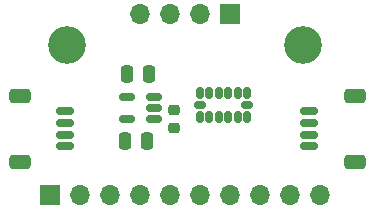
<source format=gbr>
%TF.GenerationSoftware,KiCad,Pcbnew,(6.0.5)*%
%TF.CreationDate,2022-10-11T14:38:52+01:00*%
%TF.ProjectId,IBBC_0001,49424243-5f30-4303-9031-2e6b69636164,rev?*%
%TF.SameCoordinates,Original*%
%TF.FileFunction,Soldermask,Top*%
%TF.FilePolarity,Negative*%
%FSLAX46Y46*%
G04 Gerber Fmt 4.6, Leading zero omitted, Abs format (unit mm)*
G04 Created by KiCad (PCBNEW (6.0.5)) date 2022-10-11 14:38:52*
%MOMM*%
%LPD*%
G01*
G04 APERTURE LIST*
G04 Aperture macros list*
%AMRoundRect*
0 Rectangle with rounded corners*
0 $1 Rounding radius*
0 $2 $3 $4 $5 $6 $7 $8 $9 X,Y pos of 4 corners*
0 Add a 4 corners polygon primitive as box body*
4,1,4,$2,$3,$4,$5,$6,$7,$8,$9,$2,$3,0*
0 Add four circle primitives for the rounded corners*
1,1,$1+$1,$2,$3*
1,1,$1+$1,$4,$5*
1,1,$1+$1,$6,$7*
1,1,$1+$1,$8,$9*
0 Add four rect primitives between the rounded corners*
20,1,$1+$1,$2,$3,$4,$5,0*
20,1,$1+$1,$4,$5,$6,$7,0*
20,1,$1+$1,$6,$7,$8,$9,0*
20,1,$1+$1,$8,$9,$2,$3,0*%
G04 Aperture macros list end*
%ADD10RoundRect,0.150000X0.625000X-0.150000X0.625000X0.150000X-0.625000X0.150000X-0.625000X-0.150000X0*%
%ADD11RoundRect,0.250000X0.650000X-0.350000X0.650000X0.350000X-0.650000X0.350000X-0.650000X-0.350000X0*%
%ADD12RoundRect,0.150000X-0.625000X0.150000X-0.625000X-0.150000X0.625000X-0.150000X0.625000X0.150000X0*%
%ADD13RoundRect,0.250000X-0.650000X0.350000X-0.650000X-0.350000X0.650000X-0.350000X0.650000X0.350000X0*%
%ADD14R,1.700000X1.700000*%
%ADD15O,1.700000X1.700000*%
%ADD16RoundRect,0.150000X-0.150000X0.325000X-0.150000X-0.325000X0.150000X-0.325000X0.150000X0.325000X0*%
%ADD17RoundRect,0.150000X-0.325000X0.150000X-0.325000X-0.150000X0.325000X-0.150000X0.325000X0.150000X0*%
%ADD18RoundRect,0.150000X0.512500X0.150000X-0.512500X0.150000X-0.512500X-0.150000X0.512500X-0.150000X0*%
%ADD19C,3.200000*%
%ADD20RoundRect,0.225000X0.250000X-0.225000X0.250000X0.225000X-0.250000X0.225000X-0.250000X-0.225000X0*%
%ADD21RoundRect,0.250000X0.250000X0.475000X-0.250000X0.475000X-0.250000X-0.475000X0.250000X-0.475000X0*%
%ADD22RoundRect,0.250000X-0.250000X-0.475000X0.250000X-0.475000X0.250000X0.475000X-0.250000X0.475000X0*%
G04 APERTURE END LIST*
D10*
%TO.C,J4*%
X10452114Y-3500000D03*
X10452114Y-2500000D03*
X10452114Y-1500000D03*
X10452114Y-500000D03*
D11*
X14327114Y800000D03*
X14327114Y-4800000D03*
%TD*%
D12*
%TO.C,J3*%
X-10164345Y-500000D03*
X-10164345Y-1500000D03*
X-10164345Y-2500000D03*
X-10164345Y-3500000D03*
D13*
X-14039345Y-4800000D03*
X-14039345Y800000D03*
%TD*%
D14*
%TO.C,J1*%
X-11430000Y-7604010D03*
D15*
X-8890000Y-7604010D03*
X-6350000Y-7604010D03*
X-3810000Y-7604010D03*
X-1270000Y-7604010D03*
X1270000Y-7604010D03*
X3810000Y-7604010D03*
X6350000Y-7604010D03*
X8890000Y-7604010D03*
X11430000Y-7604010D03*
%TD*%
D16*
%TO.C,U2*%
X5222944Y1000000D03*
X4422944Y1000000D03*
X3622944Y1000000D03*
X2822944Y1000000D03*
X2022944Y1000000D03*
X1222944Y1000000D03*
D17*
X1222944Y0D03*
D16*
X1222944Y-1000000D03*
X2022944Y-1000000D03*
X2822944Y-1000000D03*
X3622944Y-1000000D03*
X4422944Y-1000000D03*
X5222944Y-1000000D03*
D17*
X5222944Y0D03*
%TD*%
D18*
%TO.C,U1*%
X-4955670Y-1200000D03*
X-4955670Y700000D03*
X-2680670Y700000D03*
X-2680670Y-250000D03*
X-2680670Y-1200000D03*
%TD*%
D15*
%TO.C,J2*%
X-3810000Y7682089D03*
X-1270000Y7682089D03*
X1270000Y7682089D03*
D14*
X3810000Y7682089D03*
%TD*%
D19*
%TO.C,H2*%
X-10000000Y5113806D03*
%TD*%
%TO.C,H1*%
X10000000Y5113806D03*
%TD*%
D20*
%TO.C,C3*%
X-937153Y-400000D03*
X-937153Y-1950000D03*
%TD*%
D21*
%TO.C,C2*%
X-3050000Y2600000D03*
X-4950000Y2600000D03*
%TD*%
D22*
%TO.C,C1*%
X-3210097Y-3000000D03*
X-5110097Y-3000000D03*
%TD*%
M02*

</source>
